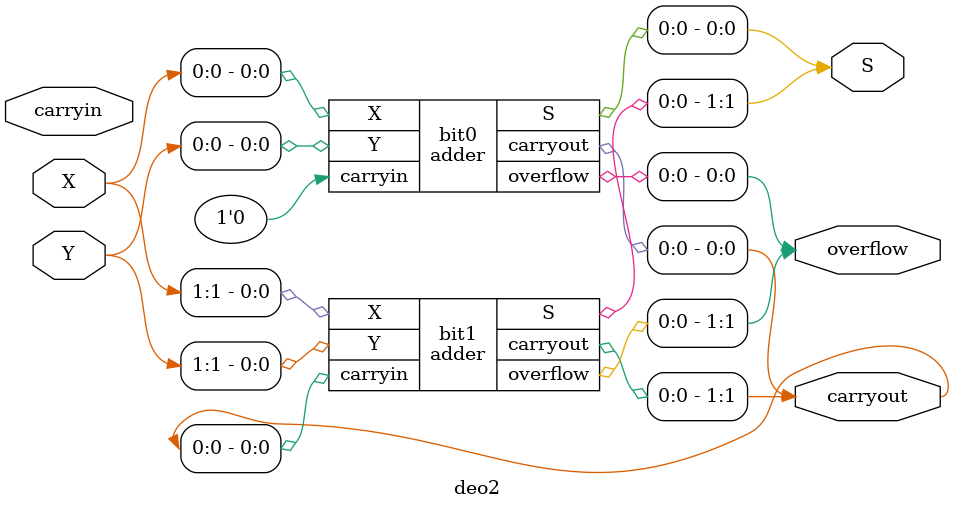
<source format=v>
/* adds 2 bits and outputs overflow and carryout */

module adder(carryin, X, Y, S, carryout, overflow);
parameter n = 1;
input carryin;
input [n-1:0] X, Y;
output reg [n-1:0] S;
output reg carryout, overflow;

always @(X, Y, carryin)
begin
{carryout, S} = X+Y+carryin;
overflow = (X[n-1]&Y[n-1]&~S[n-1])|(~X[n-1]&~Y[n-1]&S[n-1]);
end
endmodule

module deo2(carryin, X, Y, S, carryout, overflow);
input carryin;
input [1:0] X, Y;
output [1:0] carryout, S, overflow;

adder bit0 (0, X[0], Y[0], S[0],carryout[0], overflow[0]);
adder bit1 (carryout[0], X[1], Y[1], S[1],carryout[1], overflow[1]);
endmodule

</source>
